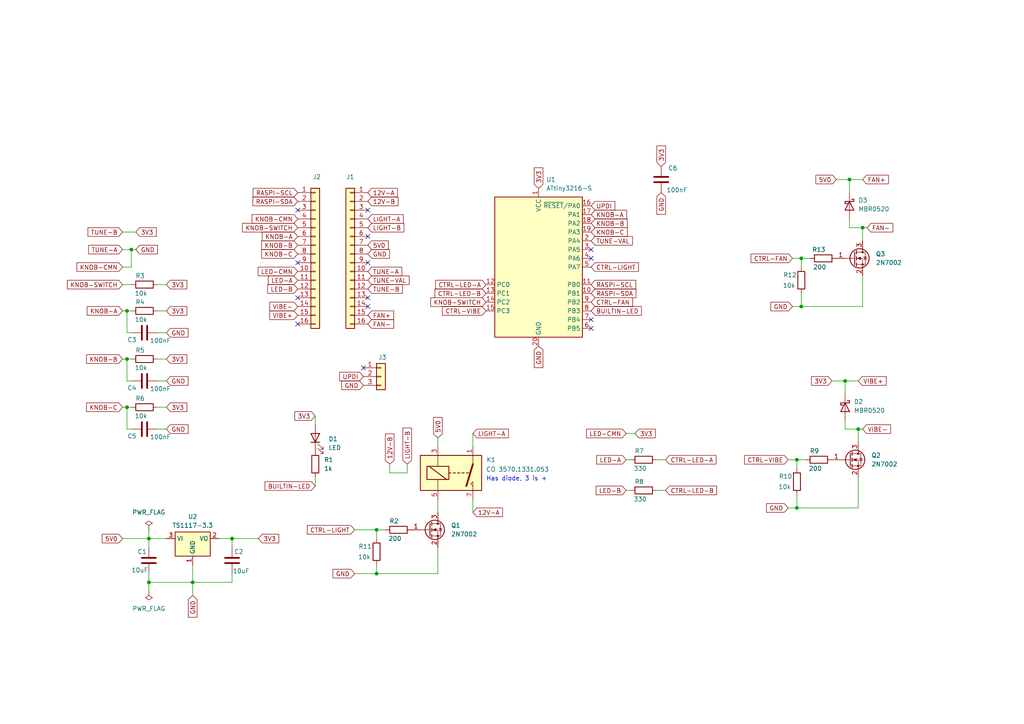
<source format=kicad_sch>
(kicad_sch (version 20231120) (generator "eeschema") (generator_version "8.0")
  (paper "A4")
  (lib_symbols
    (symbol "Connector_Generic:Conn_01x03" (pin_names (offset 1.016) hide)
      (property "Reference" "J" (at 0 5.08 0))
      (property "Value" "Conn_01x03" (at 0 -5.08 0))
      (symbol "Conn_01x03_1_1"
        (rectangle (start -1.27 -2.413) (end 0 -2.667) (stroke (width 0.1524)))
        (rectangle (start -1.27 0.127) (end 0 -0.127) (stroke (width 0.1524)))
        (rectangle (start -1.27 2.667) (end 0 2.413) (stroke (width 0.1524)))
        (rectangle (start -1.27 3.81) (end 1.27 -3.81) (stroke (width 0.254)) (fill (type background)))
        (pin passive line (at -5.08 2.54 0) (length 3.81) (name "Pin_1") (number "1"))
        (pin passive line (at -5.08 0 0) (length 3.81) (name "Pin_2") (number "2"))
        (pin passive line (at -5.08 -2.54 0) (length 3.81) (name "Pin_3") (number "3"))
      )
    )
    (symbol "Connector_Generic:Conn_01x16" (pin_names (offset 1.016) hide)
      (property "Reference" "J" (at 0 20.32 0))
      (property "Value" "Conn_01x16" (at 0 -22.86 0))
      (symbol "Conn_01x16_1_1"
        (rectangle (start -1.27 -20.193) (end 0 -20.447) (stroke (width 0.1524)))
        (rectangle (start -1.27 -17.653) (end 0 -17.907) (stroke (width 0.1524)))
        (rectangle (start -1.27 -15.113) (end 0 -15.367) (stroke (width 0.1524)))
        (rectangle (start -1.27 -12.573) (end 0 -12.827) (stroke (width 0.1524)))
        (rectangle (start -1.27 -10.033) (end 0 -10.287) (stroke (width 0.1524)))
        (rectangle (start -1.27 -7.493) (end 0 -7.747) (stroke (width 0.1524)))
        (rectangle (start -1.27 -4.953) (end 0 -5.207) (stroke (width 0.1524)))
        (rectangle (start -1.27 -2.413) (end 0 -2.667) (stroke (width 0.1524)))
        (rectangle (start -1.27 0.127) (end 0 -0.127) (stroke (width 0.1524)))
        (rectangle (start -1.27 2.667) (end 0 2.413) (stroke (width 0.1524)))
        (rectangle (start -1.27 5.207) (end 0 4.953) (stroke (width 0.1524)))
        (rectangle (start -1.27 7.747) (end 0 7.493) (stroke (width 0.1524)))
        (rectangle (start -1.27 10.287) (end 0 10.033) (stroke (width 0.1524)))
        (rectangle (start -1.27 12.827) (end 0 12.573) (stroke (width 0.1524)))
        (rectangle (start -1.27 15.367) (end 0 15.113) (stroke (width 0.1524)))
        (rectangle (start -1.27 17.907) (end 0 17.653) (stroke (width 0.1524)))
        (rectangle (start -1.27 19.05) (end 1.27 -21.59) (stroke (width 0.254)) (fill (type background)))
        (pin passive line (at -5.08 17.78 0) (length 3.81) (name "Pin_1") (number "1"))
        (pin passive line (at -5.08 -5.08 0) (length 3.81) (name "Pin_10") (number "10"))
        (pin passive line (at -5.08 -7.62 0) (length 3.81) (name "Pin_11") (number "11"))
        (pin passive line (at -5.08 -10.16 0) (length 3.81) (name "Pin_12") (number "12"))
        (pin passive line (at -5.08 -12.7 0) (length 3.81) (name "Pin_13") (number "13"))
        (pin passive line (at -5.08 -15.24 0) (length 3.81) (name "Pin_14") (number "14"))
        (pin passive line (at -5.08 -17.78 0) (length 3.81) (name "Pin_15") (number "15"))
        (pin passive line (at -5.08 -20.32 0) (length 3.81) (name "Pin_16") (number "16"))
        (pin passive line (at -5.08 15.24 0) (length 3.81) (name "Pin_2") (number "2"))
        (pin passive line (at -5.08 12.7 0) (length 3.81) (name "Pin_3") (number "3"))
        (pin passive line (at -5.08 10.16 0) (length 3.81) (name "Pin_4") (number "4"))
        (pin passive line (at -5.08 7.62 0) (length 3.81) (name "Pin_5") (number "5"))
        (pin passive line (at -5.08 5.08 0) (length 3.81) (name "Pin_6") (number "6"))
        (pin passive line (at -5.08 2.54 0) (length 3.81) (name "Pin_7") (number "7"))
        (pin passive line (at -5.08 0 0) (length 3.81) (name "Pin_8") (number "8"))
        (pin passive line (at -5.08 -2.54 0) (length 3.81) (name "Pin_9") (number "9"))
      )
    )
    (symbol "Device:C" (pin_numbers hide) (pin_names (offset 0.254))
      (property "Reference" "C" (at 0.635 2.54 0))
      (property "Value" "C" (at 0.635 -2.54 0))
      (symbol "C_0_1"
        (polyline (pts (xy -2.032 -0.762) (xy 2.032 -0.762)) (stroke (width 0.508)))
        (polyline (pts (xy -2.032 0.762) (xy 2.032 0.762)) (stroke (width 0.508)))
      )
      (symbol "C_1_1"
        (pin passive line (at 0 3.81 270) (length 2.794) (name "~") (number "1"))
        (pin passive line (at 0 -3.81 90) (length 2.794) (name "~") (number "2"))
      )
    )
    (symbol "Device:LED" (pin_numbers hide) (pin_names (offset 1.016) hide)
      (property "Reference" "D" (at 0 2.54 0))
      (property "Value" "LED" (at 0 -2.54 0))
      (symbol "LED_0_1"
        (polyline (pts (xy -1.27 -1.27) (xy -1.27 1.27)) (stroke (width 0.254)))
        (polyline (pts (xy -1.27 0) (xy 1.27 0)))
        (polyline (pts (xy 1.27 -1.27) (xy 1.27 1.27) (xy -1.27 0) (xy 1.27 -1.27)) (stroke (width 0.254)))
        (polyline (pts (xy -3.048 -0.762) (xy -4.572 -2.286) (xy -3.81 -2.286) (xy -4.572 -2.286) (xy -4.572 -1.524)))
        (polyline (pts (xy -1.778 -0.762) (xy -3.302 -2.286) (xy -2.54 -2.286) (xy -3.302 -2.286) (xy -3.302 -1.524)))
      )
      (symbol "LED_1_1"
        (pin passive line (at -3.81 0 0) (length 2.54) (name "K") (number "1"))
        (pin passive line (at 3.81 0 180) (length 2.54) (name "A") (number "2"))
      )
    )
    (symbol "Device:R" (pin_numbers hide) (pin_names (offset 0))
      (property "Reference" "R" (at 2.032 0 90))
      (property "Value" "R" (at 0 0 90))
      (symbol "R_0_1"
        (rectangle (start -1.016 -2.54) (end 1.016 2.54) (stroke (width 0.254)))
      )
      (symbol "R_1_1"
        (pin passive line (at 0 3.81 270) (length 1.27) (name "~") (number "1"))
        (pin passive line (at 0 -3.81 90) (length 1.27) (name "~") (number "2"))
      )
    )
    (symbol "Diode:MBR0520" (pin_numbers hide) (pin_names (offset 1.016) hide)
      (property "Reference" "D" (at 0 2.54 0))
      (property "Value" "MBR0520" (at 0 -2.54 0))
      (symbol "MBR0520_0_1"
        (polyline (pts (xy 1.27 0) (xy -1.27 0)))
        (polyline (pts (xy 1.27 1.27) (xy 1.27 -1.27) (xy -1.27 0) (xy 1.27 1.27)) (stroke (width 0.254)))
        (polyline (pts (xy -1.905 0.635) (xy -1.905 1.27) (xy -1.27 1.27) (xy -1.27 -1.27) (xy -0.635 -1.27) (xy -0.635 -0.635)) (stroke (width 0.254)))
      )
      (symbol "MBR0520_1_1"
        (pin passive line (at -3.81 0 0) (length 2.54) (name "K") (number "1"))
        (pin passive line (at 3.81 0 180) (length 2.54) (name "A") (number "2"))
      )
    )
    (symbol "MCU_Microchip_ATtiny:ATtiny3216-S"
      (property "Reference" "U" (at -12.7 21.59 0))
      (property "Value" "ATtiny3216-S" (at 2.54 -21.59 0))
      (symbol "ATtiny3216-S_0_1"
        (rectangle (start -12.7 -20.32) (end 12.7 20.32) (stroke (width 0.254)) (fill (type background)))
      )
      (symbol "ATtiny3216-S_1_1"
        (pin power_in line (at 0 22.86 270) (length 2.54) (name "VCC") (number "1"))
        (pin bidirectional line (at 15.24 -7.62 180) (length 2.54) (name "PB1") (number "10"))
        (pin bidirectional line (at 15.24 -5.08 180) (length 2.54) (name "PB0") (number "11"))
        (pin bidirectional line (at -15.24 -5.08 0) (length 2.54) (name "PC0") (number "12"))
        (pin bidirectional line (at -15.24 -7.62 0) (length 2.54) (name "PC1") (number "13"))
        (pin bidirectional line (at -15.24 -10.16 0) (length 2.54) (name "PC2") (number "14"))
        (pin bidirectional line (at -15.24 -12.7 0) (length 2.54) (name "PC3") (number "15"))
        (pin bidirectional line (at 15.24 17.78 180) (length 2.54) (name "~{RESET}/PA0") (number "16"))
        (pin bidirectional line (at 15.24 15.24 180) (length 2.54) (name "PA1") (number "17"))
        (pin bidirectional line (at 15.24 12.7 180) (length 2.54) (name "PA2") (number "18"))
        (pin bidirectional line (at 15.24 10.16 180) (length 2.54) (name "PA3") (number "19"))
        (pin bidirectional line (at 15.24 7.62 180) (length 2.54) (name "PA4") (number "2"))
        (pin power_in line (at 0 -22.86 90) (length 2.54) (name "GND") (number "20"))
        (pin bidirectional line (at 15.24 5.08 180) (length 2.54) (name "PA5") (number "3"))
        (pin bidirectional line (at 15.24 2.54 180) (length 2.54) (name "PA6") (number "4"))
        (pin bidirectional line (at 15.24 0 180) (length 2.54) (name "PA7") (number "5"))
        (pin bidirectional line (at 15.24 -17.78 180) (length 2.54) (name "PB5") (number "6"))
        (pin bidirectional line (at 15.24 -15.24 180) (length 2.54) (name "PB4") (number "7"))
        (pin bidirectional line (at 15.24 -12.7 180) (length 2.54) (name "PB3") (number "8"))
        (pin bidirectional line (at 15.24 -10.16 180) (length 2.54) (name "PB2") (number "9"))
      )
    )
    (symbol "Regulator_Linear:AMS1117-3.3"
      (property "Reference" "U" (at -3.81 3.175 0))
      (property "Value" "AMS1117-3.3" (at 0 3.175 0))
      (symbol "AMS1117-3.3_0_1"
        (rectangle (start -5.08 -5.08) (end 5.08 1.905) (stroke (width 0.254)) (fill (type background)))
      )
      (symbol "AMS1117-3.3_1_1"
        (pin power_in line (at 0 -7.62 90) (length 2.54) (name "GND") (number "1"))
        (pin power_out line (at 7.62 0 180) (length 2.54) (name "VO") (number "2"))
        (pin power_in line (at -7.62 0 0) (length 2.54) (name "VI") (number "3"))
      )
    )
    (symbol "Relay:SILxx-1Axx-71x"
      (property "Reference" "K" (at 8.89 3.81 0))
      (property "Value" "SILxx-1Axx-71x" (at 8.89 1.27 0))
      (symbol "SILxx-1Axx-71x_0_0"
        (polyline (pts (xy 5.08 5.08) (xy 5.08 2.54) (xy 4.445 3.175) (xy 5.08 3.81)))
      )
      (symbol "SILxx-1Axx-71x_0_1"
        (rectangle (start -10.16 5.08) (end 7.62 -5.08) (stroke (width 0.254)) (fill (type background)))
        (rectangle (start -8.255 1.905) (end -1.905 -1.905) (stroke (width 0.254)))
        (polyline (pts (xy -7.62 -1.905) (xy -2.54 1.905)) (stroke (width 0.254)))
        (polyline (pts (xy -5.08 -5.08) (xy -5.08 -1.905)))
        (polyline (pts (xy -5.08 5.08) (xy -5.08 1.905)))
        (polyline (pts (xy -1.905 0) (xy -1.27 0)) (stroke (width 0.254)))
        (polyline (pts (xy -0.635 0) (xy 0 0)) (stroke (width 0.254)))
        (polyline (pts (xy 0.635 0) (xy 1.27 0)) (stroke (width 0.254)))
        (polyline (pts (xy 1.905 0) (xy 2.54 0)) (stroke (width 0.254)))
        (polyline (pts (xy 3.175 0) (xy 3.81 0)) (stroke (width 0.254)))
        (polyline (pts (xy 5.08 -2.54) (xy 3.175 3.81)) (stroke (width 0.508)))
        (polyline (pts (xy 5.08 -2.54) (xy 5.08 -5.08)))
      )
      (symbol "SILxx-1Axx-71x_1_1"
        (pin passive line (at 5.08 -7.62 90) (length 2.54) (name "~") (number "1"))
        (pin passive line (at -5.08 -7.62 90) (length 2.54) (name "~") (number "3"))
        (pin passive line (at -5.08 7.62 270) (length 2.54) (name "~") (number "5"))
        (pin passive line (at 5.08 7.62 270) (length 2.54) (name "~") (number "7"))
      )
    )
    (symbol "Transistor_FET:2N7002" (pin_names hide)
      (property "Reference" "Q" (at 5.08 1.905 0))
      (property "Value" "2N7002" (at 5.08 0 0))
      (symbol "2N7002_0_1"
        (polyline (pts (xy 0.254 0) (xy -2.54 0)))
        (polyline (pts (xy 0.254 1.905) (xy 0.254 -1.905)) (stroke (width 0.254)))
        (polyline (pts (xy 0.762 -1.27) (xy 0.762 -2.286)) (stroke (width 0.254)))
        (polyline (pts (xy 0.762 0.508) (xy 0.762 -0.508)) (stroke (width 0.254)))
        (polyline (pts (xy 0.762 2.286) (xy 0.762 1.27)) (stroke (width 0.254)))
        (polyline (pts (xy 2.54 2.54) (xy 2.54 1.778)))
        (polyline (pts (xy 2.54 -2.54) (xy 2.54 0) (xy 0.762 0)))
        (polyline (pts (xy 0.762 -1.778) (xy 3.302 -1.778) (xy 3.302 1.778) (xy 0.762 1.778)))
        (polyline (pts (xy 1.016 0) (xy 2.032 0.381) (xy 2.032 -0.381) (xy 1.016 0)) (fill (type outline)))
        (polyline (pts (xy 2.794 0.508) (xy 2.921 0.381) (xy 3.683 0.381) (xy 3.81 0.254)))
        (polyline (pts (xy 3.302 0.381) (xy 2.921 -0.254) (xy 3.683 -0.254) (xy 3.302 0.381)))
        (circle (center 1.651 0) (radius 2.794) (stroke (width 0.254)))
        (circle (center 2.54 -1.778) (radius 0.254) (fill (type outline)))
        (circle (center 2.54 1.778) (radius 0.254) (fill (type outline)))
      )
      (symbol "2N7002_1_1"
        (pin input line (at -5.08 0 0) (length 2.54) (name "G") (number "1"))
        (pin passive line (at 2.54 -5.08 90) (length 2.54) (name "S") (number "2"))
        (pin passive line (at 2.54 5.08 270) (length 2.54) (name "D") (number "3"))
      )
    )
    (symbol "power:PWR_FLAG" (power) (pin_numbers hide) (pin_names (offset 0) hide)
      (property "Value" "PWR_FLAG" (at 0 3.81 0))
      (symbol "PWR_FLAG_0_0"
        (pin power_out line (at 0 0 90) (length 0) (name "~") (number "1"))
      )
      (symbol "PWR_FLAG_0_1"
        (polyline (pts (xy 0 0) (xy 0 1.27) (xy -1.016 1.905) (xy 0 2.54) (xy 1.016 1.905) (xy 0 1.27)))
      )
    )
  )
  (junction (at 36.83 104.14))
  (junction (at 43.18 156.21))
  (junction (at 250.19 66.04))
  (junction (at 43.18 168.91))
  (junction (at 36.83 118.11))
  (junction (at 231.14 133.35))
  (junction (at 38.1 72.39))
  (junction (at 246.38 52.07))
  (junction (at 231.14 147.32))
  (junction (at 248.92 124.46))
  (junction (at 67.31 156.21))
  (junction (at 232.41 88.9))
  (junction (at 245.11 110.49))
  (junction (at 109.22 153.67))
  (junction (at 109.22 166.37))
  (junction (at 232.41 74.93))
  (junction (at 36.83 90.17))
  (junction (at 55.88 168.91))
  (no_connect (at 171.45 74.93))
  (no_connect (at 106.68 86.36))
  (no_connect (at 86.36 76.2))
  (no_connect (at 86.36 93.98))
  (no_connect (at 171.45 72.39))
  (no_connect (at 106.68 60.96))
  (no_connect (at 106.68 76.2))
  (no_connect (at 106.68 88.9))
  (no_connect (at 106.68 68.58))
  (no_connect (at 171.45 92.71))
  (no_connect (at 105.41 106.68))
  (no_connect (at 86.36 86.36))
  (no_connect (at 171.45 95.25))
  (no_connect (at 86.36 60.96))
  (wire (pts (xy 250.19 66.04) (xy 251.46 66.04)))
  (wire (pts (xy 35.56 77.47) (xy 38.1 77.47)))
  (wire (pts (xy 45.72 110.49) (xy 48.26 110.49)))
  (wire (pts (xy 55.88 168.91) (xy 67.31 168.91)))
  (wire (pts (xy 232.41 85.09) (xy 232.41 88.9)))
  (wire (pts (xy 181.61 133.35) (xy 182.88 133.35)))
  (wire (pts (xy 232.41 74.93) (xy 232.41 77.47)))
  (wire (pts (xy 38.1 77.47) (xy 38.1 72.39)))
  (wire (pts (xy 228.6 133.35) (xy 231.14 133.35)))
  (wire (pts (xy 43.18 158.75) (xy 43.18 156.21)))
  (wire (pts (xy 36.83 96.52) (xy 36.83 90.17)))
  (wire (pts (xy 231.14 147.32) (xy 248.92 147.32)))
  (wire (pts (xy 45.72 82.55) (xy 48.26 82.55)))
  (wire (pts (xy 113.03 134.62) (xy 113.03 137.16)))
  (wire (pts (xy 245.11 110.49) (xy 245.11 114.3)))
  (wire (pts (xy 43.18 168.91) (xy 55.88 168.91)))
  (wire (pts (xy 127 144.78) (xy 127 148.59)))
  (wire (pts (xy 38.1 96.52) (xy 36.83 96.52)))
  (wire (pts (xy 109.22 166.37) (xy 127 166.37)))
  (wire (pts (xy 248.92 124.46) (xy 250.19 124.46)))
  (wire (pts (xy 102.87 166.37) (xy 109.22 166.37)))
  (wire (pts (xy 137.16 144.78) (xy 137.16 148.59)))
  (wire (pts (xy 36.83 104.14) (xy 38.1 104.14)))
  (wire (pts (xy 232.41 74.93) (xy 234.95 74.93)))
  (wire (pts (xy 38.1 124.46) (xy 36.83 124.46)))
  (wire (pts (xy 109.22 153.67) (xy 111.76 153.67)))
  (wire (pts (xy 246.38 52.07) (xy 246.38 55.88)))
  (wire (pts (xy 181.61 142.24) (xy 182.88 142.24)))
  (wire (pts (xy 231.14 133.35) (xy 233.68 133.35)))
  (wire (pts (xy 231.14 133.35) (xy 231.14 135.89)))
  (wire (pts (xy 127 127) (xy 127 129.54)))
  (wire (pts (xy 109.22 153.67) (xy 109.22 156.21)))
  (wire (pts (xy 127 166.37) (xy 127 158.75)))
  (wire (pts (xy 245.11 121.92) (xy 245.11 124.46)))
  (wire (pts (xy 245.11 110.49) (xy 248.92 110.49)))
  (wire (pts (xy 45.72 90.17) (xy 48.26 90.17)))
  (wire (pts (xy 67.31 158.75) (xy 67.31 156.21)))
  (wire (pts (xy 35.56 82.55) (xy 38.1 82.55)))
  (wire (pts (xy 36.83 90.17) (xy 38.1 90.17)))
  (wire (pts (xy 102.87 153.67) (xy 109.22 153.67)))
  (wire (pts (xy 109.22 163.83) (xy 109.22 166.37)))
  (wire (pts (xy 43.18 156.21) (xy 48.26 156.21)))
  (wire (pts (xy 36.83 110.49) (xy 36.83 104.14)))
  (wire (pts (xy 246.38 52.07) (xy 250.19 52.07)))
  (wire (pts (xy 35.56 104.14) (xy 36.83 104.14)))
  (wire (pts (xy 248.92 128.27) (xy 248.92 124.46)))
  (wire (pts (xy 181.61 125.73) (xy 184.15 125.73)))
  (wire (pts (xy 43.18 168.91) (xy 43.18 171.45)))
  (wire (pts (xy 250.19 69.85) (xy 250.19 66.04)))
  (wire (pts (xy 248.92 147.32) (xy 248.92 138.43)))
  (wire (pts (xy 35.56 118.11) (xy 36.83 118.11)))
  (wire (pts (xy 228.6 147.32) (xy 231.14 147.32)))
  (wire (pts (xy 246.38 66.04) (xy 250.19 66.04)))
  (wire (pts (xy 245.11 124.46) (xy 248.92 124.46)))
  (wire (pts (xy 67.31 168.91) (xy 67.31 166.37)))
  (wire (pts (xy 229.87 74.93) (xy 232.41 74.93)))
  (wire (pts (xy 118.11 137.16) (xy 118.11 134.62)))
  (wire (pts (xy 246.38 63.5) (xy 246.38 66.04)))
  (wire (pts (xy 36.83 124.46) (xy 36.83 118.11)))
  (wire (pts (xy 55.88 168.91) (xy 55.88 163.83)))
  (wire (pts (xy 63.5 156.21) (xy 67.31 156.21)))
  (wire (pts (xy 241.3 110.49) (xy 245.11 110.49)))
  (wire (pts (xy 38.1 72.39) (xy 39.37 72.39)))
  (wire (pts (xy 36.83 118.11) (xy 38.1 118.11)))
  (wire (pts (xy 231.14 143.51) (xy 231.14 147.32)))
  (wire (pts (xy 45.72 124.46) (xy 48.26 124.46)))
  (wire (pts (xy 55.88 172.72) (xy 55.88 168.91)))
  (wire (pts (xy 45.72 104.14) (xy 48.26 104.14)))
  (wire (pts (xy 229.87 88.9) (xy 232.41 88.9)))
  (wire (pts (xy 35.56 90.17) (xy 36.83 90.17)))
  (wire (pts (xy 232.41 88.9) (xy 250.19 88.9)))
  (wire (pts (xy 250.19 88.9) (xy 250.19 80.01)))
  (wire (pts (xy 242.57 52.07) (xy 246.38 52.07)))
  (wire (pts (xy 35.56 156.21) (xy 43.18 156.21)))
  (wire (pts (xy 45.72 118.11) (xy 48.26 118.11)))
  (wire (pts (xy 43.18 168.91) (xy 43.18 166.37)))
  (wire (pts (xy 137.16 125.73) (xy 137.16 129.54)))
  (wire (pts (xy 91.44 138.43) (xy 91.44 140.97)))
  (wire (pts (xy 190.5 142.24) (xy 193.04 142.24)))
  (wire (pts (xy 35.56 67.31) (xy 39.37 67.31)))
  (wire (pts (xy 45.72 96.52) (xy 48.26 96.52)))
  (wire (pts (xy 113.03 137.16) (xy 118.11 137.16)))
  (wire (pts (xy 35.56 72.39) (xy 38.1 72.39)))
  (wire (pts (xy 91.44 120.65) (xy 91.44 123.19)))
  (wire (pts (xy 43.18 153.67) (xy 43.18 156.21)))
  (wire (pts (xy 190.5 133.35) (xy 193.04 133.35)))
  (wire (pts (xy 38.1 110.49) (xy 36.83 110.49)))
  (wire (pts (xy 67.31 156.21) (xy 74.93 156.21)))
  (text "Has diode, 3 is +" (at 149.86 138.938 0) (effects (font (size 1.27 1.27))))
  (global_label "KNOB-B" (shape input) (at 35.56 104.14 180) (property "Intersheetrefs" "${INTERSHEET_REFS}" (effects (hide yes))))
  (global_label "3V3" (shape input) (at 48.26 118.11 0) (property "Intersheetrefs" "${INTERSHEET_REFS}" (effects (hide yes))))
  (global_label "GND" (shape input) (at 39.37 72.39 0) (property "Intersheetrefs" "${INTERSHEET_REFS}" (effects (hide yes))))
  (global_label "KNOB-CMN" (shape input) (at 86.36 63.5 180) (property "Intersheetrefs" "${INTERSHEET_REFS}" (effects (hide yes))))
  (global_label "GND" (shape input) (at 105.41 111.76 180) (property "Intersheetrefs" "${INTERSHEET_REFS}" (effects (hide yes))))
  (global_label "LED-CMN" (shape input) (at 181.61 125.73 180) (property "Intersheetrefs" "${INTERSHEET_REFS}" (effects (hide yes))))
  (global_label "LIGHT-B" (shape input) (at 106.68 66.04 0) (property "Intersheetrefs" "${INTERSHEET_REFS}" (effects (hide yes))))
  (global_label "FAN+" (shape input) (at 250.19 52.07 0) (property "Intersheetrefs" "${INTERSHEET_REFS}" (effects (hide yes))))
  (global_label "3V3" (shape input) (at 184.15 125.73 0) (property "Intersheetrefs" "${INTERSHEET_REFS}" (effects (hide yes))))
  (global_label "UPDI" (shape input) (at 105.41 109.22 180) (property "Intersheetrefs" "${INTERSHEET_REFS}" (effects (hide yes))))
  (global_label "3V3" (shape input) (at 74.93 156.21 0) (property "Intersheetrefs" "${INTERSHEET_REFS}" (effects (hide yes))))
  (global_label "CTRL-LIGHT" (shape input) (at 171.45 77.47 0) (property "Intersheetrefs" "${INTERSHEET_REFS}" (effects (hide yes))))
  (global_label "CTRL-LED-B" (shape input) (at 193.04 142.24 0) (property "Intersheetrefs" "${INTERSHEET_REFS}" (effects (hide yes))))
  (global_label "TUNE-B" (shape input) (at 106.68 83.82 0) (property "Intersheetrefs" "${INTERSHEET_REFS}" (effects (hide yes))))
  (global_label "GND" (shape input) (at 191.77 55.88 270) (property "Intersheetrefs" "${INTERSHEET_REFS}" (effects (hide yes))))
  (global_label "12V-B" (shape input) (at 113.03 134.62 90) (property "Intersheetrefs" "${INTERSHEET_REFS}" (effects (hide yes))))
  (global_label "3V3" (shape input) (at 241.3 110.49 180) (property "Intersheetrefs" "${INTERSHEET_REFS}" (effects (hide yes))))
  (global_label "KNOB-C" (shape input) (at 171.45 67.31 0) (property "Intersheetrefs" "${INTERSHEET_REFS}" (effects (hide yes))))
  (global_label "TUNE-A" (shape input) (at 35.56 72.39 180) (property "Intersheetrefs" "${INTERSHEET_REFS}" (effects (hide yes))))
  (global_label "GND" (shape input) (at 228.6 147.32 180) (property "Intersheetrefs" "${INTERSHEET_REFS}" (effects (hide yes))))
  (global_label "RASPI-SCL" (shape input) (at 86.36 55.88 180) (property "Intersheetrefs" "${INTERSHEET_REFS}" (effects (hide yes))))
  (global_label "TUNE-A" (shape input) (at 106.68 78.74 0) (property "Intersheetrefs" "${INTERSHEET_REFS}" (effects (hide yes))))
  (global_label "3V3" (shape input) (at 156.21 54.61 90) (property "Intersheetrefs" "${INTERSHEET_REFS}" (effects (hide yes))))
  (global_label "12V-B" (shape input) (at 106.68 58.42 0) (property "Intersheetrefs" "${INTERSHEET_REFS}" (effects (hide yes))))
  (global_label "5V0" (shape input) (at 35.56 156.21 180) (property "Intersheetrefs" "${INTERSHEET_REFS}" (effects (hide yes))))
  (global_label "CTRL-VIBE" (shape input) (at 140.97 90.17 180) (property "Intersheetrefs" "${INTERSHEET_REFS}" (effects (hide yes))))
  (global_label "3V3" (shape input) (at 191.77 48.26 90) (property "Intersheetrefs" "${INTERSHEET_REFS}" (effects (hide yes))))
  (global_label "KNOB-C" (shape input) (at 86.36 73.66 180) (property "Intersheetrefs" "${INTERSHEET_REFS}" (effects (hide yes))))
  (global_label "LIGHT-A" (shape input) (at 137.16 125.73 0) (property "Intersheetrefs" "${INTERSHEET_REFS}" (effects (hide yes))))
  (global_label "RASPI-SDA" (shape input) (at 171.45 85.09 0) (property "Intersheetrefs" "${INTERSHEET_REFS}" (effects (hide yes))))
  (global_label "GND" (shape input) (at 102.87 166.37 180) (property "Intersheetrefs" "${INTERSHEET_REFS}" (effects (hide yes))))
  (global_label "KNOB-SWITCH" (shape input) (at 35.56 82.55 180) (property "Intersheetrefs" "${INTERSHEET_REFS}" (effects (hide yes))))
  (global_label "KNOB-A" (shape input) (at 35.56 90.17 180) (property "Intersheetrefs" "${INTERSHEET_REFS}" (effects (hide yes))))
  (global_label "LED-B" (shape input) (at 86.36 83.82 180) (property "Intersheetrefs" "${INTERSHEET_REFS}" (effects (hide yes))))
  (global_label "KNOB-CMN" (shape input) (at 35.56 77.47 180) (property "Intersheetrefs" "${INTERSHEET_REFS}" (effects (hide yes))))
  (global_label "LED-A" (shape input) (at 86.36 81.28 180) (property "Intersheetrefs" "${INTERSHEET_REFS}" (effects (hide yes))))
  (global_label "CTRL-LED-A" (shape input) (at 140.97 82.55 180) (property "Intersheetrefs" "${INTERSHEET_REFS}" (effects (hide yes))))
  (global_label "CTRL-FAN" (shape input) (at 229.87 74.93 180) (property "Intersheetrefs" "${INTERSHEET_REFS}" (effects (hide yes))))
  (global_label "VIBE-" (shape input) (at 86.36 88.9 180) (property "Intersheetrefs" "${INTERSHEET_REFS}" (effects (hide yes))))
  (global_label "CTRL-LIGHT" (shape input) (at 102.87 153.67 180) (property "Intersheetrefs" "${INTERSHEET_REFS}" (effects (hide yes))))
  (global_label "GND" (shape input) (at 48.26 124.46 0) (property "Intersheetrefs" "${INTERSHEET_REFS}" (effects (hide yes))))
  (global_label "GND" (shape input) (at 106.68 73.66 0) (property "Intersheetrefs" "${INTERSHEET_REFS}" (effects (hide yes))))
  (global_label "UPDI" (shape input) (at 171.45 59.69 0) (property "Intersheetrefs" "${INTERSHEET_REFS}" (effects (hide yes))))
  (global_label "KNOB-SWITCH" (shape input) (at 140.97 87.63 180) (property "Intersheetrefs" "${INTERSHEET_REFS}" (effects (hide yes))))
  (global_label "VIBE-" (shape input) (at 250.19 124.46 0) (property "Intersheetrefs" "${INTERSHEET_REFS}" (effects (hide yes))))
  (global_label "3V3" (shape input) (at 48.26 90.17 0) (property "Intersheetrefs" "${INTERSHEET_REFS}" (effects (hide yes))))
  (global_label "3V3" (shape input) (at 48.26 82.55 0) (property "Intersheetrefs" "${INTERSHEET_REFS}" (effects (hide yes))))
  (global_label "12V-A" (shape input) (at 106.68 55.88 0) (property "Intersheetrefs" "${INTERSHEET_REFS}" (effects (hide yes))))
  (global_label "KNOB-B" (shape input) (at 171.45 64.77 0) (property "Intersheetrefs" "${INTERSHEET_REFS}" (effects (hide yes))))
  (global_label "LIGHT-A" (shape input) (at 106.68 63.5 0) (property "Intersheetrefs" "${INTERSHEET_REFS}" (effects (hide yes))))
  (global_label "3V3" (shape input) (at 39.37 67.31 0) (property "Intersheetrefs" "${INTERSHEET_REFS}" (effects (hide yes))))
  (global_label "3V3" (shape input) (at 91.44 120.65 180) (property "Intersheetrefs" "${INTERSHEET_REFS}" (effects (hide yes))))
  (global_label "FAN-" (shape input) (at 251.46 66.04 0) (property "Intersheetrefs" "${INTERSHEET_REFS}" (effects (hide yes))))
  (global_label "BUILTIN-LED" (shape input) (at 91.44 140.97 180) (property "Intersheetrefs" "${INTERSHEET_REFS}" (effects (hide yes))))
  (global_label "VIBE+" (shape input) (at 86.36 91.44 180) (property "Intersheetrefs" "${INTERSHEET_REFS}" (effects (hide yes))))
  (global_label "TUNE-VAL" (shape input) (at 106.68 81.28 0) (property "Intersheetrefs" "${INTERSHEET_REFS}" (effects (hide yes))))
  (global_label "LED-B" (shape input) (at 181.61 142.24 180) (property "Intersheetrefs" "${INTERSHEET_REFS}" (effects (hide yes))))
  (global_label "KNOB-C" (shape input) (at 35.56 118.11 180) (property "Intersheetrefs" "${INTERSHEET_REFS}" (effects (hide yes))))
  (global_label "12V-A" (shape input) (at 137.16 148.59 0) (property "Intersheetrefs" "${INTERSHEET_REFS}" (effects (hide yes))))
  (global_label "LED-CMN" (shape input) (at 86.36 78.74 180) (property "Intersheetrefs" "${INTERSHEET_REFS}" (effects (hide yes))))
  (global_label "GND" (shape input) (at 48.26 110.49 0) (property "Intersheetrefs" "${INTERSHEET_REFS}" (effects (hide yes))))
  (global_label "CTRL-VIBE" (shape input) (at 228.6 133.35 180) (property "Intersheetrefs" "${INTERSHEET_REFS}" (effects (hide yes))))
  (global_label "RASPI-SDA" (shape input) (at 86.36 58.42 180) (property "Intersheetrefs" "${INTERSHEET_REFS}" (effects (hide yes))))
  (global_label "FAN+" (shape input) (at 106.68 91.44 0) (property "Intersheetrefs" "${INTERSHEET_REFS}" (effects (hide yes))))
  (global_label "CTRL-LED-B" (shape input) (at 140.97 85.09 180) (property "Intersheetrefs" "${INTERSHEET_REFS}" (effects (hide yes))))
  (global_label "CTRL-LED-A" (shape input) (at 193.04 133.35 0) (property "Intersheetrefs" "${INTERSHEET_REFS}" (effects (hide yes))))
  (global_label "CTRL-FAN" (shape input) (at 171.45 87.63 0) (property "Intersheetrefs" "${INTERSHEET_REFS}" (effects (hide yes))))
  (global_label "LIGHT-B" (shape input) (at 118.11 134.62 90) (property "Intersheetrefs" "${INTERSHEET_REFS}" (effects (hide yes))))
  (global_label "KNOB-B" (shape input) (at 86.36 71.12 180) (property "Intersheetrefs" "${INTERSHEET_REFS}" (effects (hide yes))))
  (global_label "KNOB-A" (shape input) (at 171.45 62.23 0) (property "Intersheetrefs" "${INTERSHEET_REFS}" (effects (hide yes))))
  (global_label "KNOB-SWITCH" (shape input) (at 86.36 66.04 180) (property "Intersheetrefs" "${INTERSHEET_REFS}" (effects (hide yes))))
  (global_label "FAN-" (shape input) (at 106.68 93.98 0) (property "Intersheetrefs" "${INTERSHEET_REFS}" (effects (hide yes))))
  (global_label "GND" (shape input) (at 229.87 88.9 180) (property "Intersheetrefs" "${INTERSHEET_REFS}" (effects (hide yes))))
  (global_label "BUILTIN-LED" (shape input) (at 171.45 90.17 0) (property "Intersheetrefs" "${INTERSHEET_REFS}" (effects (hide yes))))
  (global_label "KNOB-A" (shape input) (at 86.36 68.58 180) (property "Intersheetrefs" "${INTERSHEET_REFS}" (effects (hide yes))))
  (global_label "VIBE+" (shape input) (at 248.92 110.49 0) (property "Intersheetrefs" "${INTERSHEET_REFS}" (effects (hide yes))))
  (global_label "5V0" (shape input) (at 127 127 90) (property "Intersheetrefs" "${INTERSHEET_REFS}" (effects (hide yes))))
  (global_label "TUNE-B" (shape input) (at 35.56 67.31 180) (property "Intersheetrefs" "${INTERSHEET_REFS}" (effects (hide yes))))
  (global_label "RASPI-SCL" (shape input) (at 171.45 82.55 0) (property "Intersheetrefs" "${INTERSHEET_REFS}" (effects (hide yes))))
  (global_label "3V3" (shape input) (at 48.26 104.14 0) (property "Intersheetrefs" "${INTERSHEET_REFS}" (effects (hide yes))))
  (global_label "GND" (shape input) (at 55.88 172.72 270) (property "Intersheetrefs" "${INTERSHEET_REFS}" (effects (hide yes))))
  (global_label "GND" (shape input) (at 48.26 96.52 0) (property "Intersheetrefs" "${INTERSHEET_REFS}" (effects (hide yes))))
  (global_label "5V0" (shape input) (at 106.68 71.12 0) (property "Intersheetrefs" "${INTERSHEET_REFS}" (effects (hide yes))))
  (global_label "TUNE-VAL" (shape input) (at 171.45 69.85 0) (property "Intersheetrefs" "${INTERSHEET_REFS}" (effects (hide yes))))
  (global_label "LED-A" (shape input) (at 181.61 133.35 180) (property "Intersheetrefs" "${INTERSHEET_REFS}" (effects (hide yes))))
  (global_label "5V0" (shape input) (at 242.57 52.07 180) (property "Intersheetrefs" "${INTERSHEET_REFS}" (effects (hide yes))))
  (global_label "GND" (shape input) (at 156.21 100.33 270) (property "Intersheetrefs" "${INTERSHEET_REFS}" (effects (hide yes))))
  (symbol (lib_id "Diode:MBR0520") (at 245.11 118.11 270) (unit 1)
    (property "Reference" "D2" (at 247.65 116.5224 90) (effects (justify left)))
    (property "Value" "MBR0520" (at 247.65 119.0624 90) (effects (justify left)))
    (property "Footprint" "Diode_SMD:D_SOD-123" (effects (hide yes)))
    (property "Datasheet" "http://www.mccsemi.com/up_pdf/MBR0520~MBR0580(SOD123).pdf" (effects (hide yes)))
    (property "Description" "20V 0.5A Schottky Power Rectifier Diode, SOD-123" (effects (hide yes)))
  )
  (symbol (lib_id "Device:R") (at 109.22 160.02 180) (unit 1)
    (property "Reference" "R11" (at 105.918 158.496 0))
    (property "Value" "10k" (at 105.664 161.544 0))
    (property "Footprint" "Capacitor_SMD:C_0805_2012Metric" (effects (hide yes)))
    (property "Description" "Resistor" (effects (hide yes)))
  )
  (symbol (lib_id "MCU_Microchip_ATtiny:ATtiny3216-S") (at 156.21 77.47 0) (unit 1)
    (property "Reference" "U1" (at 158.4041 52.07 0) (effects (justify left)))
    (property "Value" "ATtiny3216-S" (at 158.4041 54.61 0) (effects (justify left)))
    (property "Footprint" "Package_SO:SOIC-20W_7.5x12.8mm_P1.27mm" (effects (hide yes)))
    (property "Datasheet" "http://ww1.microchip.com/downloads/en/DeviceDoc/ATtiny3216_ATtiny1616-data-sheet-40001997B.pdf" (effects (hide yes)))
    (property "Description" "20MHz, 32kB Flash, 2kB SRAM, 256B EEPROM, SOIC-20" (effects (hide yes)))
  )
  (symbol (lib_id "Device:R") (at 186.69 133.35 90) (unit 1)
    (property "Reference" "R7" (at 185.42 130.81 90))
    (property "Value" "330" (at 185.674 135.89 90))
    (property "Footprint" "Capacitor_SMD:C_0805_2012Metric" (effects (hide yes)))
    (property "Description" "Resistor" (effects (hide yes)))
  )
  (symbol (lib_id "Device:R") (at 238.76 74.93 90) (unit 1)
    (property "Reference" "R13" (at 237.49 72.39 90))
    (property "Value" "200" (at 237.744 77.47 90))
    (property "Footprint" "Capacitor_SMD:C_0805_2012Metric" (effects (hide yes)))
    (property "Description" "Resistor" (effects (hide yes)))
  )
  (symbol (lib_id "Device:R") (at 231.14 139.7 180) (unit 1)
    (property "Reference" "R10" (at 227.838 138.176 0))
    (property "Value" "10k" (at 227.584 141.224 0))
    (property "Footprint" "Capacitor_SMD:C_0805_2012Metric" (effects (hide yes)))
    (property "Description" "Resistor" (effects (hide yes)))
  )
  (symbol (lib_id "Device:C") (at 191.77 52.07 0) (unit 1)
    (property "Reference" "C6" (at 193.802 48.768 0) (effects (justify left)))
    (property "Value" "100nF" (at 193.294 55.118 0) (effects (justify left)))
    (property "Footprint" "Capacitor_SMD:C_0805_2012Metric" (effects (hide yes)))
    (property "Description" "Unpolarized capacitor" (effects (hide yes)))
  )
  (symbol (lib_id "Connector_Generic:Conn_01x16") (at 101.6 73.66 0) (mirror y) (unit 1)
    (property "Reference" "J1" (at 101.6 51.308 0))
    (property "Value" "Conn_01x16" (effects (hide yes)))
    (property "Footprint" "Connector_PinSocket_2.54mm:PinSocket_1x16_P2.54mm_Vertical" (effects (hide yes)))
    (property "Description" "Generic connector, single row, 01x16, script generated (kicad-library-utils/schlib/autogen/connector/)" (effects (hide yes)))
  )
  (symbol (lib_id "Device:R") (at 41.91 82.55 90) (unit 1)
    (property "Reference" "R3" (at 40.64 80.01 90))
    (property "Value" "10k" (at 40.894 85.09 90))
    (property "Footprint" "Capacitor_SMD:C_0805_2012Metric" (effects (hide yes)))
    (property "Description" "Resistor" (effects (hide yes)))
  )
  (symbol (lib_id "Regulator_Linear:AMS1117-3.3") (at 55.88 156.21 0) (unit 1)
    (property "Reference" "U2" (at 55.88 149.86 0))
    (property "Value" "TS1117-3.3" (at 55.88 152.4 0))
    (property "Footprint" "Package_TO_SOT_SMD:SOT-223-3_TabPin2" (effects (hide yes)))
    (property "Datasheet" "http://www.advanced-monolithic.com/pdf/ds1117.pdf" (effects (hide yes)))
    (property "Description" "1A Low Dropout regulator, positive, 3.3V fixed output, SOT-223" (effects (hide yes)))
  )
  (symbol (lib_id "Device:C") (at 67.31 162.56 0) (mirror y) (unit 1)
    (property "Reference" "C2" (at 70.612 160.02 0) (effects (justify left)))
    (property "Value" "10uF" (at 72.39 165.608 0) (effects (justify left)))
    (property "Footprint" "Capacitor_SMD:C_0805_2012Metric" (effects (hide yes)))
    (property "Description" "Unpolarized capacitor" (effects (hide yes)))
  )
  (symbol (lib_id "Device:R") (at 41.91 104.14 90) (unit 1)
    (property "Reference" "R5" (at 40.64 101.6 90))
    (property "Value" "10k" (at 40.894 106.68 90))
    (property "Footprint" "Capacitor_SMD:C_0805_2012Metric" (effects (hide yes)))
    (property "Description" "Resistor" (effects (hide yes)))
  )
  (symbol (lib_id "power:PWR_FLAG") (at 43.18 171.45 180) (unit 1)
    (property "Reference" "#FLG2" (effects (hide yes)))
    (property "Value" "PWR_FLAG" (at 43.18 176.53 0))
    (property "Description" "Special symbol for telling ERC where power comes from" (effects (hide yes)))
  )
  (symbol (lib_id "Diode:MBR0520") (at 246.38 59.69 270) (unit 1)
    (property "Reference" "D3" (at 248.92 58.1024 90) (effects (justify left)))
    (property "Value" "MBR0520" (at 248.92 60.6424 90) (effects (justify left)))
    (property "Footprint" "Diode_SMD:D_SOD-123" (effects (hide yes)))
    (property "Datasheet" "http://www.mccsemi.com/up_pdf/MBR0520~MBR0580(SOD123).pdf" (effects (hide yes)))
    (property "Description" "20V 0.5A Schottky Power Rectifier Diode, SOD-123" (effects (hide yes)))
  )
  (symbol (lib_id "Transistor_FET:2N7002") (at 247.65 74.93 0) (unit 1)
    (property "Reference" "Q3" (at 254 73.6599 0) (effects (justify left)))
    (property "Value" "2N7002" (at 254 76.1999 0) (effects (justify left)))
    (property "Footprint" "Package_TO_SOT_SMD:SOT-23" (effects (hide yes)))
    (property "Datasheet" "https://www.onsemi.com/pub/Collateral/NDS7002A-D.PDF" (effects (hide yes)))
    (property "Description" "0.115A Id, 60V Vds, N-Channel MOSFET, SOT-23" (effects (hide yes)))
  )
  (symbol (lib_id "Connector_Generic:Conn_01x16") (at 91.44 73.66 0) (unit 1)
    (property "Reference" "J2" (at 90.678 51.308 0) (effects (justify left)))
    (property "Value" "Conn_01x16" (effects (hide yes)))
    (property "Footprint" "Connector_PinSocket_2.54mm:PinSocket_1x16_P2.54mm_Vertical" (effects (hide yes)))
    (property "Description" "Generic connector, single row, 01x16, script generated (kicad-library-utils/schlib/autogen/connector/)" (effects (hide yes)))
  )
  (symbol (lib_id "Connector_Generic:Conn_01x03") (at 110.49 109.22 0) (unit 1)
    (property "Reference" "J3" (at 109.728 103.632 0) (effects (justify left)))
    (property "Value" "Conn_01x03" (effects (hide yes)))
    (property "Footprint" "Connector_PinHeader_2.54mm:PinHeader_1x03_P2.54mm_Vertical" (effects (hide yes)))
    (property "Description" "Generic connector, single row, 01x03, script generated (kicad-library-utils/schlib/autogen/connector/)" (effects (hide yes)))
  )
  (symbol (lib_id "Device:R") (at 41.91 90.17 90) (unit 1)
    (property "Reference" "R4" (at 40.64 87.63 90))
    (property "Value" "10k" (at 40.894 92.71 90))
    (property "Footprint" "Capacitor_SMD:C_0805_2012Metric" (effects (hide yes)))
    (property "Description" "Resistor" (effects (hide yes)))
  )
  (symbol (lib_id "power:PWR_FLAG") (at 43.18 153.67 0) (unit 1)
    (property "Reference" "#FLG1" (effects (hide yes)))
    (property "Value" "PWR_FLAG" (at 43.18 148.59 0))
    (property "Description" "Special symbol for telling ERC where power comes from" (effects (hide yes)))
  )
  (symbol (lib_id "Device:R") (at 91.44 134.62 0) (unit 1)
    (property "Reference" "R1" (at 93.98 133.3499 0) (effects (justify left)))
    (property "Value" "1k" (at 93.98 135.8899 0) (effects (justify left)))
    (property "Footprint" "Capacitor_SMD:C_0805_2012Metric" (effects (hide yes)))
    (property "Description" "Resistor" (effects (hide yes)))
  )
  (symbol (lib_id "Device:R") (at 232.41 81.28 180) (unit 1)
    (property "Reference" "R12" (at 229.108 79.756 0))
    (property "Value" "10k" (at 228.854 82.804 0))
    (property "Footprint" "Capacitor_SMD:C_0805_2012Metric" (effects (hide yes)))
    (property "Description" "Resistor" (effects (hide yes)))
  )
  (symbol (lib_id "Device:C") (at 41.91 96.52 90) (unit 1)
    (property "Reference" "C3" (at 39.624 98.552 90) (effects (justify left)))
    (property "Value" "100nF" (at 49.53 98.806 90) (effects (justify left)))
    (property "Footprint" "Capacitor_SMD:C_0805_2012Metric" (effects (hide yes)))
    (property "Description" "Unpolarized capacitor" (effects (hide yes)))
  )
  (symbol (lib_id "Device:C") (at 41.91 124.46 90) (unit 1)
    (property "Reference" "C5" (at 39.624 126.492 90) (effects (justify left)))
    (property "Value" "100nF" (at 49.53 126.746 90) (effects (justify left)))
    (property "Footprint" "Capacitor_SMD:C_0805_2012Metric" (effects (hide yes)))
    (property "Description" "Unpolarized capacitor" (effects (hide yes)))
  )
  (symbol (lib_id "Device:C") (at 43.18 162.56 0) (unit 1)
    (property "Reference" "C1" (at 39.878 160.02 0) (effects (justify left)))
    (property "Value" "10uF" (at 38.1 165.354 0) (effects (justify left)))
    (property "Footprint" "Capacitor_SMD:C_0805_2012Metric" (effects (hide yes)))
    (property "Description" "Unpolarized capacitor" (effects (hide yes)))
  )
  (symbol (lib_id "Device:C") (at 41.91 110.49 90) (unit 1)
    (property "Reference" "C4" (at 39.624 112.522 90) (effects (justify left)))
    (property "Value" "100nF" (at 49.53 112.776 90) (effects (justify left)))
    (property "Footprint" "Capacitor_SMD:C_0805_2012Metric" (effects (hide yes)))
    (property "Description" "Unpolarized capacitor" (effects (hide yes)))
  )
  (symbol (lib_id "Device:R") (at 41.91 118.11 90) (unit 1)
    (property "Reference" "R6" (at 40.64 115.57 90))
    (property "Value" "10k" (at 40.894 120.65 90))
    (property "Footprint" "Capacitor_SMD:C_0805_2012Metric" (effects (hide yes)))
    (property "Description" "Resistor" (effects (hide yes)))
  )
  (symbol (lib_id "Device:R") (at 186.69 142.24 90) (unit 1)
    (property "Reference" "R8" (at 185.42 139.7 90))
    (property "Value" "330" (at 185.674 144.78 90))
    (property "Footprint" "Capacitor_SMD:C_0805_2012Metric" (effects (hide yes)))
    (property "Description" "Resistor" (effects (hide yes)))
  )
  (symbol (lib_id "Device:R") (at 237.49 133.35 90) (unit 1)
    (property "Reference" "R9" (at 236.22 130.81 90))
    (property "Value" "200" (at 236.474 135.89 90))
    (property "Footprint" "Capacitor_SMD:C_0805_2012Metric" (effects (hide yes)))
    (property "Description" "Resistor" (effects (hide yes)))
  )
  (symbol (lib_id "Relay:SILxx-1Axx-71x") (at 132.08 137.16 0) (mirror x) (unit 1)
    (property "Reference" "K1" (at 143.764 133.35 0) (effects (justify right)))
    (property "Value" "CO 3570.1331.053" (at 159.258 136.144 0) (effects (justify right)))
    (property "Footprint" "Relay_THT:Relay_SPST_StandexMeder_SIL_Form1A" (effects (hide yes)))
    (property "Datasheet" "https://standexelectronics.com/wp-content/uploads/datasheet_reed_relay_SIL.pdf" (effects (hide yes)))
    (property "Description" "Standex Meder SIL reed relay, SPST, Closing Contact" (effects (hide yes)))
  )
  (symbol (lib_id "Device:R") (at 115.57 153.67 90) (unit 1)
    (property "Reference" "R2" (at 114.3 151.13 90))
    (property "Value" "200" (at 114.554 156.21 90))
    (property "Footprint" "Capacitor_SMD:C_0805_2012Metric" (effects (hide yes)))
    (property "Description" "Resistor" (effects (hide yes)))
  )
  (symbol (lib_id "Device:LED") (at 91.44 127 90) (unit 1)
    (property "Reference" "D1" (at 95.25 127.3174 90) (effects (justify right)))
    (property "Value" "LED" (at 95.25 129.8574 90) (effects (justify right)))
    (property "Footprint" "LED_SMD:LED_0805_2012Metric" (effects (hide yes)))
    (property "Description" "Light emitting diode" (effects (hide yes)))
  )
  (symbol (lib_id "Transistor_FET:2N7002") (at 246.38 133.35 0) (unit 1)
    (property "Reference" "Q2" (at 252.73 132.0799 0) (effects (justify left)))
    (property "Value" "2N7002" (at 252.73 134.6199 0) (effects (justify left)))
    (property "Footprint" "Package_TO_SOT_SMD:SOT-23" (effects (hide yes)))
    (property "Datasheet" "https://www.onsemi.com/pub/Collateral/NDS7002A-D.PDF" (effects (hide yes)))
    (property "Description" "0.115A Id, 60V Vds, N-Channel MOSFET, SOT-23" (effects (hide yes)))
  )
  (symbol (lib_id "Transistor_FET:2N7002") (at 124.46 153.67 0) (unit 1)
    (property "Reference" "Q1" (at 130.81 152.3999 0) (effects (justify left)))
    (property "Value" "2N7002" (at 130.81 154.9399 0) (effects (justify left)))
    (property "Footprint" "Package_TO_SOT_SMD:SOT-23" (effects (hide yes)))
    (property "Datasheet" "https://www.onsemi.com/pub/Collateral/NDS7002A-D.PDF" (effects (hide yes)))
    (property "Description" "0.115A Id, 60V Vds, N-Channel MOSFET, SOT-23" (effects (hide yes)))
  )
)
</source>
